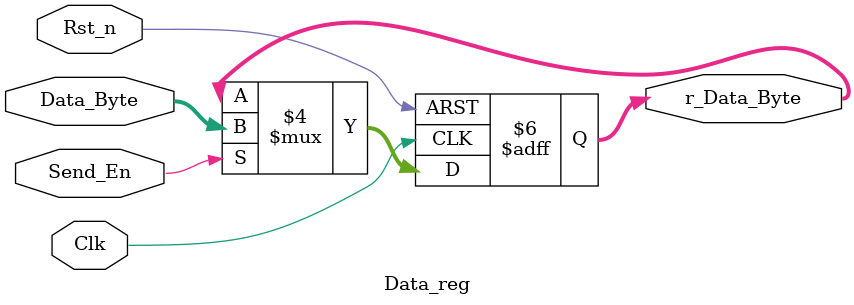
<source format=v>
module Data_reg(Clk, Rst_n, Send_En, Data_Byte, r_Data_Byte);

	input Clk;
	input Rst_n;
	input Send_En;
	input [7:0] Data_Byte;
	
	output [7:0] r_Data_Byte;
	 
	reg [7:0] r_Data_Byte;
	always@(posedge Clk or negedge Rst_n)
		if (!Rst_n)
			r_Data_Byte <= 8'd0;
		else if (Send_En)
			r_Data_Byte <= Data_Byte;
		else 
			r_Data_Byte <= r_Data_Byte;
	
endmodule

</source>
